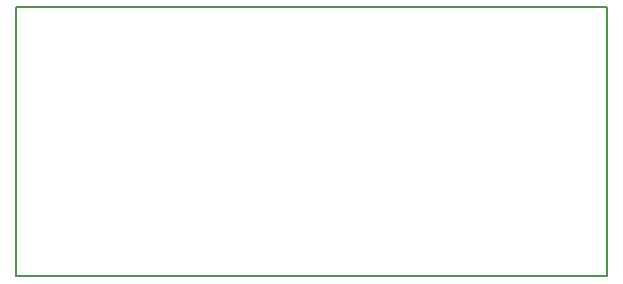
<source format=gm1>
G04 #@! TF.GenerationSoftware,KiCad,Pcbnew,(5.0.0-rc2-178-g3c7b91b96)*
G04 #@! TF.CreationDate,2018-10-30T10:49:57+01:00*
G04 #@! TF.ProjectId,pcb4,706362342E6B696361645F7063620000,1*
G04 #@! TF.SameCoordinates,Original*
G04 #@! TF.FileFunction,Profile,NP*
%FSLAX46Y46*%
G04 Gerber Fmt 4.6, Leading zero omitted, Abs format (unit mm)*
G04 Created by KiCad (PCBNEW (5.0.0-rc2-178-g3c7b91b96)) date 10/30/18 10:49:57*
%MOMM*%
%LPD*%
G01*
G04 APERTURE LIST*
%ADD10C,0.150000*%
G04 APERTURE END LIST*
D10*
X62230000Y-80580000D02*
X112330000Y-80580000D01*
X62230000Y-103380000D02*
X62230000Y-80580000D01*
X112330000Y-103380000D02*
X62230000Y-103380000D01*
X112330000Y-80580000D02*
X112330000Y-103380000D01*
M02*

</source>
